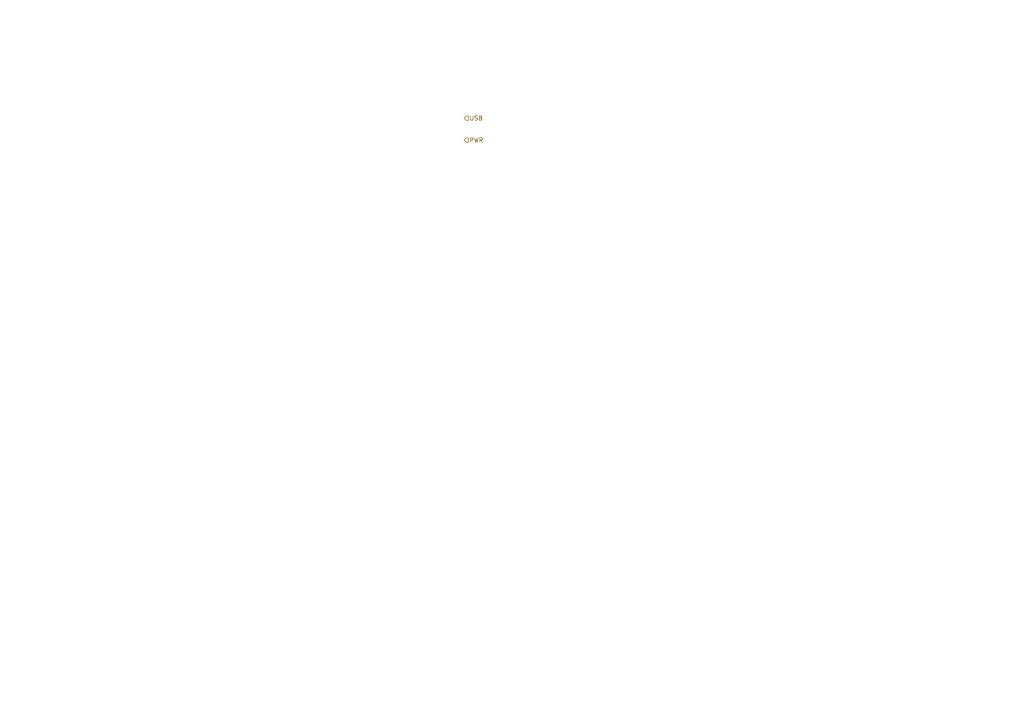
<source format=kicad_sch>
(kicad_sch (version 20211123) (generator eeschema)
  (paper "A4")
  (lib_symbols)
  (hierarchical_label "USB" (shape input) (at 134.62 34.29 0))
  (hierarchical_label "PWR" (shape input) (at 134.62 40.64 0))
)
</source>
